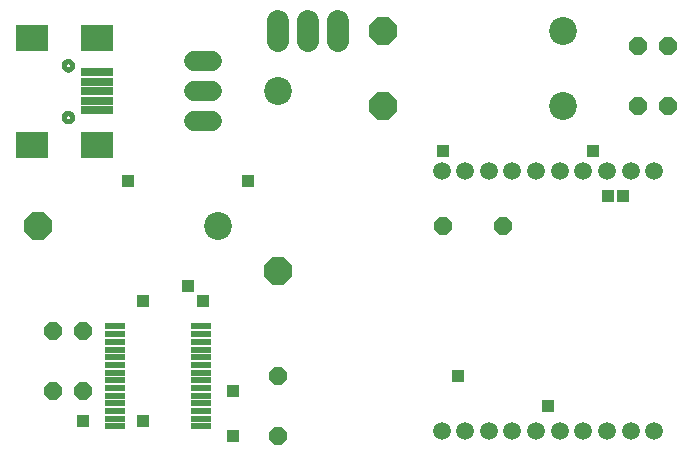
<source format=gts>
G75*
G70*
%OFA0B0*%
%FSLAX24Y24*%
%IPPOS*%
%LPD*%
%AMOC8*
5,1,8,0,0,1.08239X$1,22.5*
%
%ADD10C,0.0595*%
%ADD11R,0.0671X0.0237*%
%ADD12C,0.0680*%
%ADD13OC8,0.0600*%
%ADD14C,0.0740*%
%ADD15C,0.0930*%
%ADD16OC8,0.0930*%
%ADD17R,0.1064X0.0277*%
%ADD18R,0.1064X0.0867*%
%ADD19C,0.0161*%
%ADD20R,0.0440X0.0440*%
D10*
X014930Y001270D03*
X015718Y001270D03*
X016505Y001270D03*
X017293Y001270D03*
X018080Y001270D03*
X018867Y001270D03*
X019655Y001270D03*
X020442Y001270D03*
X021230Y001270D03*
X022017Y001270D03*
X022017Y009931D03*
X021230Y009931D03*
X020442Y009931D03*
X019655Y009931D03*
X018867Y009931D03*
X018080Y009931D03*
X017293Y009931D03*
X016505Y009931D03*
X015718Y009931D03*
X014930Y009931D03*
D11*
X006901Y004764D03*
X006901Y004508D03*
X006901Y004252D03*
X006901Y003996D03*
X006901Y003741D03*
X006901Y003485D03*
X006901Y003229D03*
X006901Y002973D03*
X006901Y002717D03*
X006901Y002461D03*
X006901Y002205D03*
X006901Y001949D03*
X006901Y001693D03*
X006901Y001437D03*
X004047Y001437D03*
X004047Y001693D03*
X004047Y001949D03*
X004047Y002205D03*
X004047Y002461D03*
X004047Y002717D03*
X004047Y002973D03*
X004047Y003229D03*
X004047Y003485D03*
X004047Y003741D03*
X004047Y003996D03*
X004047Y004252D03*
X004047Y004508D03*
X004047Y004764D03*
D12*
X006674Y011601D02*
X007274Y011601D01*
X007274Y012601D02*
X006674Y012601D01*
X006674Y013601D02*
X007274Y013601D01*
D13*
X014974Y008101D03*
X016974Y008101D03*
X021474Y012101D03*
X022474Y012101D03*
X022474Y014101D03*
X021474Y014101D03*
X009474Y003101D03*
X009474Y001101D03*
X002974Y002601D03*
X001974Y002601D03*
X001974Y004601D03*
X002974Y004601D03*
D14*
X009474Y014271D02*
X009474Y014931D01*
X010474Y014931D02*
X010474Y014271D01*
X011474Y014271D02*
X011474Y014931D01*
D15*
X009474Y012601D03*
X007474Y008101D03*
X018974Y012101D03*
X018974Y014601D03*
D16*
X012974Y014601D03*
X012974Y012101D03*
X009474Y006601D03*
X001474Y008101D03*
D17*
X003458Y011971D03*
X003458Y012286D03*
X003458Y012601D03*
X003458Y012916D03*
X003458Y013231D03*
D18*
X003458Y014372D03*
X001293Y014372D03*
X001293Y010829D03*
X003458Y010829D03*
D19*
X002336Y011735D02*
X002338Y011758D01*
X002344Y011781D01*
X002354Y011802D01*
X002367Y011822D01*
X002383Y011839D01*
X002402Y011853D01*
X002423Y011863D01*
X002445Y011870D01*
X002468Y011873D01*
X002492Y011872D01*
X002514Y011867D01*
X002536Y011858D01*
X002556Y011846D01*
X002574Y011830D01*
X002588Y011812D01*
X002600Y011792D01*
X002608Y011770D01*
X002612Y011747D01*
X002612Y011723D01*
X002608Y011700D01*
X002600Y011678D01*
X002588Y011658D01*
X002574Y011640D01*
X002556Y011624D01*
X002536Y011612D01*
X002514Y011603D01*
X002492Y011598D01*
X002468Y011597D01*
X002445Y011600D01*
X002423Y011607D01*
X002402Y011617D01*
X002383Y011631D01*
X002367Y011648D01*
X002354Y011668D01*
X002344Y011689D01*
X002338Y011712D01*
X002336Y011735D01*
X002336Y013467D02*
X002338Y013490D01*
X002344Y013513D01*
X002354Y013534D01*
X002367Y013554D01*
X002383Y013571D01*
X002402Y013585D01*
X002423Y013595D01*
X002445Y013602D01*
X002468Y013605D01*
X002492Y013604D01*
X002514Y013599D01*
X002536Y013590D01*
X002556Y013578D01*
X002574Y013562D01*
X002588Y013544D01*
X002600Y013524D01*
X002608Y013502D01*
X002612Y013479D01*
X002612Y013455D01*
X002608Y013432D01*
X002600Y013410D01*
X002588Y013390D01*
X002574Y013372D01*
X002556Y013356D01*
X002536Y013344D01*
X002514Y013335D01*
X002492Y013330D01*
X002468Y013329D01*
X002445Y013332D01*
X002423Y013339D01*
X002402Y013349D01*
X002383Y013363D01*
X002367Y013380D01*
X002354Y013400D01*
X002344Y013421D01*
X002338Y013444D01*
X002336Y013467D01*
D20*
X002974Y001601D03*
X004974Y001601D03*
X007974Y001101D03*
X007974Y002601D03*
X006974Y005601D03*
X006474Y006101D03*
X004974Y005601D03*
X004474Y009601D03*
X008474Y009601D03*
X014974Y010601D03*
X019974Y010601D03*
X020474Y009101D03*
X020974Y009101D03*
X015474Y003101D03*
X018474Y002101D03*
M02*

</source>
